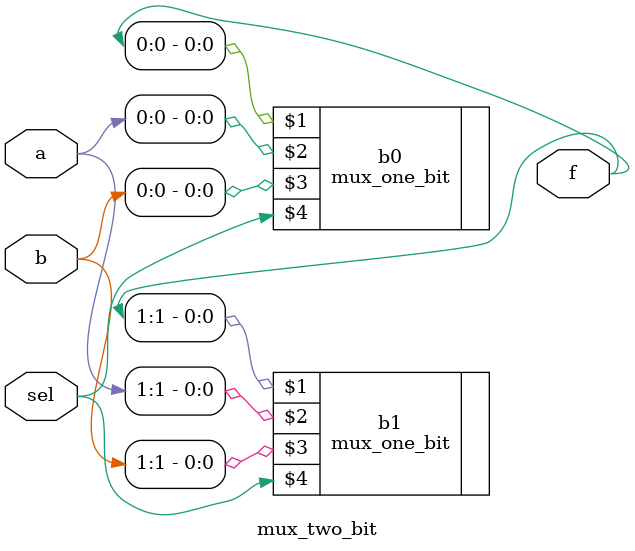
<source format=sv>
module mux_two_bit
    (output logic [1:0] f,
     input  logic [1:0] a, b,
     input  logic       sel);

    mux_one_bit b0 (f[0], a[0], b[0], sel);
    mux_one_bit b1 (f[1], a[1], b[1], sel);
endmodule
</source>
